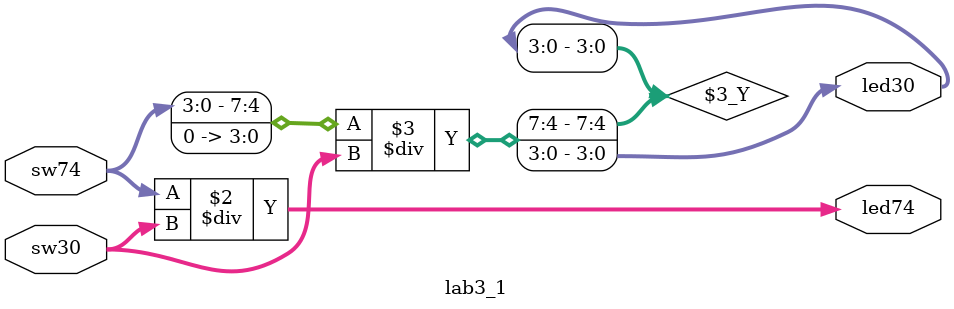
<source format=sv>
module lab3_1(sw74, sw30,led74,led30);

input [3:0] sw74, sw30;
output reg [3:0] led74, led30;

always
begin
led74 = sw74/sw30;
led30 = {sw74, 4'h0} / sw30;
end

endmodule 
</source>
